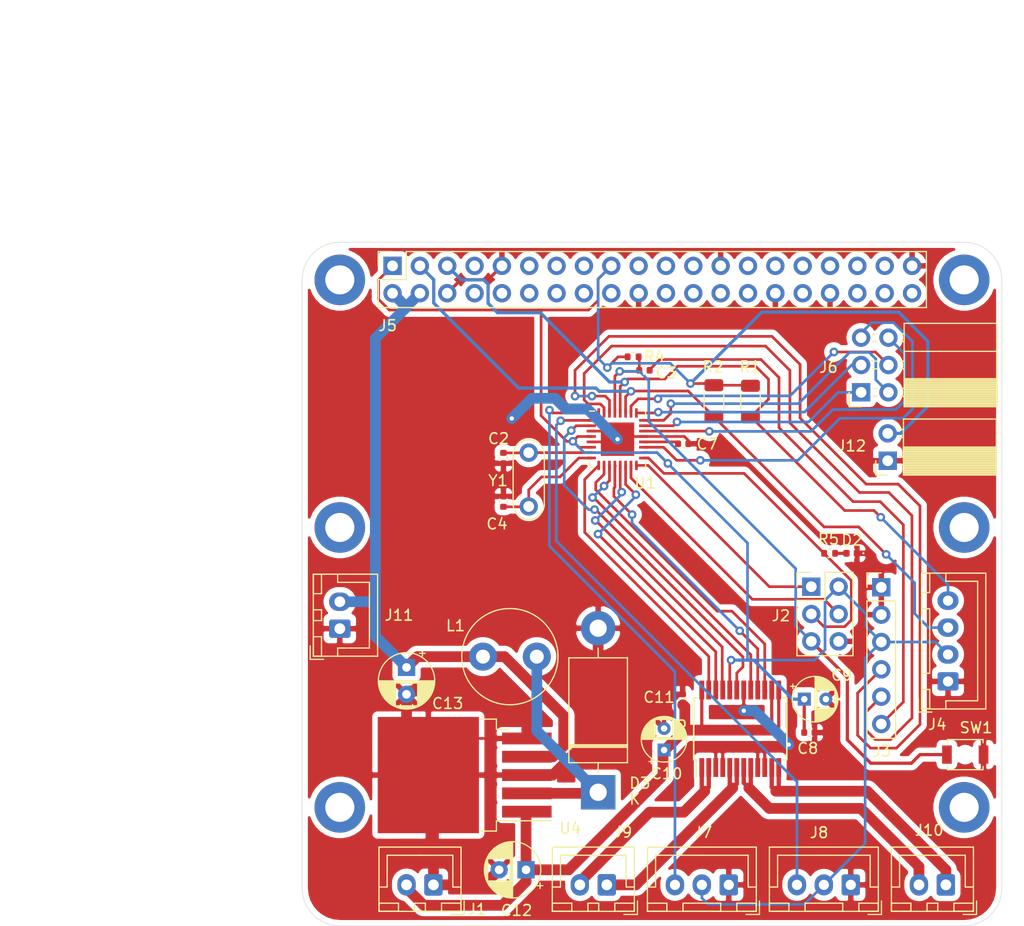
<source format=kicad_pcb>
(kicad_pcb (version 20171130) (host pcbnew 5.1.10)
  (layers (0 F.Cu signal) (31 B.Cu signal) (34 B.Paste user) (35 F.Paste user) (36 B.SilkS user) (37 F.SilkS user) (38 B.Mask user) (39 F.Mask user) (44 Edge.Cuts user))
  (net 0 "")
  (net 1 GND)
  (net 2 +9V)
  (net 3 XTAL1)
  (net 4 RESET)
  (net 5 DTR)
  (net 6 XTAL2)
  (net 7 +5V)
  (net 8 AREF)
  (net 9 +3V3)
  (net 10 "Net-(D2-Pad2)")
  (net 11 MOSI)
  (net 12 SCK)
  (net 13 MISO)
  (net 14 TXO)
  (net 15 RXI)
  (net 16 SCL)
  (net 17 SDA)
  (net 18 A7)
  (net 19 A6)
  (net 20 A3)
  (net 21 A2)
  (net 22 A1)
  (net 23 A0)
  (net 24 D2)
  (net 25 D3)
  (net 26 MOTORA1)
  (net 27 MOTORA2)
  (net 28 MOTORB2)
  (net 29 MOTORB1)
  (net 30 D10)
  (net 31 D9)
  (net 32 D8)
  (net 33 D7)
  (net 34 D6)
  (net 35 D5)
  (net 36 D4)
  (net 37 "Net-(D3-Pad1)")
  (module MountingHole:MountingHole_2.7mm_M2.5_DIN965_Pad (layer F.Cu) (at 111.8 94.5)
    (fp_text reference H6)
    (fp_text value MountingHole)
    (pad 1 thru_hole circle (at 0 0) (size 4.7 4.7) (drill 2.7) (layers *.Cu *.Mask))
  )
  (module MountingHole:MountingHole_2.7mm_M2.5_DIN965_Pad (layer F.Cu) (at 53.8 94.5)
    (fp_text reference H5)
    (fp_text value MountingHole)
    (pad 1 thru_hole circle (at 0 0) (size 4.7 4.7) (drill 2.7) (layers *.Cu *.Mask))
  )
  (module Connector_PinSocket_2.54mm:PinSocket_1x02_P2.54mm_Horizontal (layer F.Cu) (at 104.7 62.3 180)
    (fp_text reference J12 (at 3.35 1.375) (layer F.SilkS))
    (fp_text value 3V3out)
    (pad 2 thru_hole oval (at 0 2.54 180) (size 1.7 1.7) (drill 1) (layers *.Cu *.Mask) (net 9 +3V3))
    (pad 1 thru_hole rect (at 0 0 180) (size 1.7 1.7) (drill 1) (layers *.Cu *.Mask) (net 1 GND))
  )
  (module Connector_PinSocket_2.54mm:PinSocket_2x03_P2.54mm_Horizontal (layer F.Cu) (at 102.225 55.95 180)
    (fp_text reference J6 (at 3.025 2.325) (layer F.SilkS))
    (fp_text value "ATMega AnalogPins")
    (pad 6 thru_hole oval (at -2.54 5.08 180) (size 1.7 1.7) (drill 1) (layers *.Cu *.Mask) (net 18 A7))
    (pad 5 thru_hole oval (at 0 5.08 180) (size 1.7 1.7) (drill 1) (layers *.Cu *.Mask) (net 19 A6))
    (pad 4 thru_hole oval (at -2.54 2.54 180) (size 1.7 1.7) (drill 1) (layers *.Cu *.Mask) (net 20 A3))
    (pad 3 thru_hole oval (at 0 2.54 180) (size 1.7 1.7) (drill 1) (layers *.Cu *.Mask) (net 21 A2))
    (pad 2 thru_hole oval (at -2.54 0 180) (size 1.7 1.7) (drill 1) (layers *.Cu *.Mask) (net 22 A1))
    (pad 1 thru_hole rect (at 0 0 180) (size 1.7 1.7) (drill 1) (layers *.Cu *.Mask) (net 23 A0))
  )
  (module Resistor_SMD:R_1206_3216Metric (layer F.Cu) (at 88.55 56.75 270)
    (fp_text reference R2 (at -3.175 0.075 180) (layer F.SilkS))
    (fp_text value 10k)
    (pad 2 smd roundrect (at 1.4625 0 270) (size 1.125 1.75) (layers F.Cu F.Paste F.Mask) (roundrect_rratio 0.222222) (net 17 SDA))
    (pad 1 smd roundrect (at -1.4625 0 270) (size 1.125 1.75) (layers F.Cu F.Paste F.Mask) (roundrect_rratio 0.222222) (net 9 +3V3))
  )
  (module Resistor_SMD:R_1206_3216Metric (layer F.Cu) (at 91.95 56.8 270)
    (fp_text reference R1 (at -3.225 0.05 180) (layer F.SilkS))
    (fp_text value 10k)
    (pad 2 smd roundrect (at 1.4625 0 270) (size 1.125 1.75) (layers F.Cu F.Paste F.Mask) (roundrect_rratio 0.222222) (net 16 SCL))
    (pad 1 smd roundrect (at -1.4625 0 270) (size 1.125 1.75) (layers F.Cu F.Paste F.Mask) (roundrect_rratio 0.222222) (net 9 +3V3))
  )
  (module Connector_JST:JST_XH_B2B-XH-A_1x02_P2.50mm_Vertical (layer F.Cu) (at 53.8 77.9 90)
    (fp_text reference J11 (at 1.25 5.5 180) (layer F.SilkS))
    (fp_text value 5Vout)
    (pad 2 thru_hole oval (at 2.5 0 90) (size 1.7 2) (drill 1) (layers *.Cu *.Mask) (net 7 +5V))
    (pad 1 thru_hole roundrect (at 0 0 90) (size 1.7 2) (drill 1) (layers *.Cu *.Mask) (roundrect_rratio 0.147059) (net 1 GND))
  )
  (module Crystal:Resonator-2Pin_W7.0mm_H2.5mm (layer F.Cu) (at 71.35 66.55 90)
    (fp_text reference Y1 (at 2.4 -2.85 180) (layer F.SilkS))
    (fp_text value 16MHz)
    (pad 2 thru_hole circle (at 5 0 90) (size 1.7 1.7) (drill 1) (layers *.Cu *.Mask) (net 3 XTAL1))
    (pad 1 thru_hole circle (at 0 0 90) (size 1.7 1.7) (drill 1) (layers *.Cu *.Mask) (net 6 XTAL2))
  )
  (module Capacitor_THT:CP_Radial_D4.0mm_P2.00mm (layer F.Cu) (at 83.925 89.175 90)
    (fp_text reference C10 (at -2.2 0.25 180) (layer F.SilkS))
    (fp_text value 10uf)
    (pad 2 thru_hole circle (at 2 0 90) (size 1.2 1.2) (drill 0.6) (layers *.Cu *.Mask) (net 1 GND))
    (pad 1 thru_hole rect (at 0 0 90) (size 1.2 1.2) (drill 0.6) (layers *.Cu *.Mask) (net 2 +9V))
  )
  (module Capacitor_THT:CP_Radial_D4.0mm_P2.00mm (layer F.Cu) (at 96.95 84.45)
    (fp_text reference C9 (at 3.475 -2.225) (layer F.SilkS))
    (fp_text value 10uf)
    (pad 2 thru_hole circle (at 2 0) (size 1.2 1.2) (drill 0.6) (layers *.Cu *.Mask) (net 1 GND))
    (pad 1 thru_hole rect (at 0 0) (size 1.2 1.2) (drill 0.6) (layers *.Cu *.Mask) (net 9 +3V3))
  )
  (module Inductor_THT:L_Radial_D8.7mm_P5.00mm_Fastron_07HCP (layer F.Cu) (at 67.1 80.5)
    (fp_text reference L1 (at -2.55 -2.875) (layer F.SilkS))
    (fp_text value 33uH)
    (pad 2 thru_hole circle (at 5 0) (size 2.6 2.6) (drill 1.3) (layers *.Cu *.Mask) (net 37 "Net-(D3-Pad1)"))
    (pad 1 thru_hole circle (at 0 0) (size 2.6 2.6) (drill 1.3) (layers *.Cu *.Mask) (net 7 +5V))
  )
  (module Diode_THT:D_DO-201AD_P15.24mm_Horizontal (layer F.Cu) (at 77.8 93.1 90)
    (fp_text reference D3 (at 0.85 3.875 180) (layer F.SilkS))
    (fp_text value 1N5822)
    (fp_text user K (at -0.625 3.4 180) (layer F.SilkS))
    (pad 2 thru_hole oval (at 15.24 0 90) (size 3.2 3.2) (drill 1.6) (layers *.Cu *.Mask) (net 1 GND))
    (pad 1 thru_hole rect (at 0 0 90) (size 3.2 3.2) (drill 1.6) (layers *.Cu *.Mask) (net 37 "Net-(D3-Pad1)"))
  )
  (module Capacitor_THT:CP_Radial_D5.0mm_P2.50mm (layer F.Cu) (at 60 81.5 270)
    (fp_text reference C13 (at 3.35 -3.825 180) (layer F.SilkS))
    (fp_text value 220uf)
    (pad 2 thru_hole circle (at 2.5 0 270) (size 1.6 1.6) (drill 0.8) (layers *.Cu *.Mask) (net 1 GND))
    (pad 1 thru_hole rect (at 0 0 270) (size 1.6 1.6) (drill 0.8) (layers *.Cu *.Mask) (net 7 +5V))
  )
  (module Capacitor_THT:CP_Radial_D5.0mm_P2.50mm (layer F.Cu) (at 71.1 100.3 180)
    (fp_text reference C12 (at 0.875 -3.775) (layer F.SilkS))
    (fp_text value 100uF)
    (pad 2 thru_hole circle (at 2.5 0 180) (size 1.6 1.6) (drill 0.8) (layers *.Cu *.Mask) (net 1 GND))
    (pad 1 thru_hole rect (at 0 0 180) (size 1.6 1.6) (drill 0.8) (layers *.Cu *.Mask) (net 2 +9V))
  )
  (module Package_TO_SOT_SMD:TO-263-5_TabPin3 (layer F.Cu) (at 65.4 91.5 180)
    (fp_text reference U4 (at -9.8 -4.95) (layer F.SilkS))
    (fp_text value LM2596S-5)
    (pad 3 smd rect (at 3.375 0 180) (size 9.4 10.8) (layers F.Cu F.Mask) (net 1 GND))
    (pad 5 smd rect (at -5.775 3.4 180) (size 4.6 1.1) (layers F.Cu F.Paste F.Mask) (net 1 GND))
    (pad 4 smd rect (at -5.775 1.7 180) (size 4.6 1.1) (layers F.Cu F.Paste F.Mask) (net 7 +5V))
    (pad 3 smd rect (at -5.775 0 180) (size 4.6 1.1) (layers F.Cu F.Paste F.Mask) (net 1 GND))
    (pad 2 smd rect (at -5.775 -1.7 180) (size 4.6 1.1) (layers F.Cu F.Paste F.Mask) (net 37 "Net-(D3-Pad1)"))
    (pad 1 smd rect (at -5.775 -3.4 180) (size 4.6 1.1) (layers F.Cu F.Paste F.Mask) (net 2 +9V))
  )
  (module MountingHole:MountingHole_2.7mm_M2.5_DIN965_Pad (layer F.Cu) (at 111.8 68.5)
    (fp_text reference H4)
    (fp_text value MountingHole)
    (pad 1 thru_hole circle (at 0 0) (size 4.7 4.7) (drill 2.7) (layers *.Cu *.Mask))
  )
  (module MountingHole:MountingHole_2.7mm_M2.5_DIN965_Pad (layer F.Cu) (at 111.8 45.5)
    (fp_text reference H3)
    (fp_text value MountingHole)
    (pad 1 thru_hole circle (at 0 0) (size 4.7 4.7) (drill 2.7) (layers *.Cu *.Mask))
  )
  (module MountingHole:MountingHole_2.7mm_M2.5_DIN965_Pad (layer F.Cu) (at 53.8 68.5)
    (fp_text reference H2)
    (fp_text value MountingHole)
    (pad 1 thru_hole circle (at 0 0) (size 4.7 4.7) (drill 2.7) (layers *.Cu *.Mask))
  )
  (module MountingHole:MountingHole_2.7mm_M2.5_DIN965_Pad (layer F.Cu) (at 53.8 45.5)
    (fp_text reference H1)
    (fp_text value MountingHole)
    (pad 1 thru_hole circle (at 0 0) (size 4.7 4.7) (drill 2.7) (layers *.Cu *.Mask))
  )
  (module Package_SO:SSOP-24_5.3x8.2mm_P0.65mm (layer F.Cu) (at 91 87.2 90)
    (fp_text reference U3 (at 0 -5.6 90) (layer F.SilkS))
    (fp_text value TB6612FNG)
    (pad 24 smd rect (at 3.6 -3.575 90) (size 1.75 0.45) (layers F.Cu F.Paste F.Mask) (net 2 +9V))
    (pad 23 smd rect (at 3.6 -2.925 90) (size 1.75 0.45) (layers F.Cu F.Paste F.Mask) (net 35 D5))
    (pad 22 smd rect (at 3.6 -2.275 90) (size 1.75 0.45) (layers F.Cu F.Paste F.Mask) (net 30 D10))
    (pad 21 smd rect (at 3.6 -1.625 90) (size 1.75 0.45) (layers F.Cu F.Paste F.Mask) (net 31 D9))
    (pad 20 smd rect (at 3.6 -0.975 90) (size 1.75 0.45) (layers F.Cu F.Paste F.Mask) (net 9 +3V3))
    (pad 19 smd rect (at 3.6 -0.325 90) (size 1.75 0.45) (layers F.Cu F.Paste F.Mask) (net 36 D4))
    (pad 18 smd rect (at 3.6 0.325 90) (size 1.75 0.45) (layers F.Cu F.Paste F.Mask) (net 1 GND))
    (pad 17 smd rect (at 3.6 0.975 90) (size 1.75 0.45) (layers F.Cu F.Paste F.Mask) (net 33 D7))
    (pad 16 smd rect (at 3.6 1.625 90) (size 1.75 0.45) (layers F.Cu F.Paste F.Mask) (net 32 D8))
    (pad 15 smd rect (at 3.6 2.275 90) (size 1.75 0.45) (layers F.Cu F.Paste F.Mask) (net 34 D6))
    (pad 14 smd rect (at 3.6 2.925 90) (size 1.75 0.45) (layers F.Cu F.Paste F.Mask) (net 2 +9V))
    (pad 13 smd rect (at 3.6 3.575 90) (size 1.75 0.45) (layers F.Cu F.Paste F.Mask) (net 2 +9V))
    (pad 12 smd rect (at -3.6 3.575 90) (size 1.75 0.45) (layers F.Cu F.Paste F.Mask) (net 29 MOTORB1))
    (pad 11 smd rect (at -3.6 2.925 90) (size 1.75 0.45) (layers F.Cu F.Paste F.Mask) (net 29 MOTORB1))
    (pad 10 smd rect (at -3.6 2.275 90) (size 1.75 0.45) (layers F.Cu F.Paste F.Mask) (net 1 GND))
    (pad 9 smd rect (at -3.6 1.625 90) (size 1.75 0.45) (layers F.Cu F.Paste F.Mask) (net 1 GND))
    (pad 8 smd rect (at -3.6 0.975 90) (size 1.75 0.45) (layers F.Cu F.Paste F.Mask) (net 28 MOTORB2))
    (pad 7 smd rect (at -3.6 0.325 90) (size 1.75 0.45) (layers F.Cu F.Paste F.Mask) (net 28 MOTORB2))
    (pad 6 smd rect (at -3.6 -0.325 90) (size 1.75 0.45) (layers F.Cu F.Paste F.Mask) (net 27 MOTORA2))
    (pad 5 smd rect (at -3.6 -0.975 90) (size 1.75 0.45) (layers F.Cu F.Paste F.Mask) (net 27 MOTORA2))
    (pad 4 smd rect (at -3.6 -1.625 90) (size 1.75 0.45) (layers F.Cu F.Paste F.Mask) (net 1 GND))
    (pad 3 smd rect (at -3.6 -2.275 90) (size 1.75 0.45) (layers F.Cu F.Paste F.Mask) (net 1 GND))
    (pad 2 smd rect (at -3.6 -2.925 90) (size 1.75 0.45) (layers F.Cu F.Paste F.Mask) (net 26 MOTORA1))
    (pad 1 smd rect (at -3.6 -3.575 90) (size 1.75 0.45) (layers F.Cu F.Paste F.Mask) (net 26 MOTORA1))
  )
  (module Package_DFN_QFN:QFN-32-1EP_5x5mm_P0.5mm_EP3.1x3.1mm (layer F.Cu) (at 79.6 60.3)
    (fp_text reference U1 (at 2.575 4.075) (layer F.SilkS))
    (fp_text value ATmega328P-MU)
    (pad 33 smd rect (at 0 0) (size 3.1 3.1) (layers F.Cu F.Mask) (net 1 GND))
    (pad 32 smd roundrect (at -1.75 -2.4375) (size 0.25 0.875) (layers F.Cu F.Paste F.Mask) (net 24 D2))
    (pad 31 smd roundrect (at -1.25 -2.4375) (size 0.25 0.875) (layers F.Cu F.Paste F.Mask) (net 14 TXO))
    (pad 30 smd roundrect (at -0.75 -2.4375) (size 0.25 0.875) (layers F.Cu F.Paste F.Mask) (net 15 RXI))
    (pad 29 smd roundrect (at -0.25 -2.4375) (size 0.25 0.875) (layers F.Cu F.Paste F.Mask) (net 4 RESET))
    (pad 28 smd roundrect (at 0.25 -2.4375) (size 0.25 0.875) (layers F.Cu F.Paste F.Mask) (net 16 SCL))
    (pad 27 smd roundrect (at 0.75 -2.4375) (size 0.25 0.875) (layers F.Cu F.Paste F.Mask) (net 17 SDA))
    (pad 26 smd roundrect (at 1.25 -2.4375) (size 0.25 0.875) (layers F.Cu F.Paste F.Mask) (net 20 A3))
    (pad 25 smd roundrect (at 1.75 -2.4375) (size 0.25 0.875) (layers F.Cu F.Paste F.Mask) (net 21 A2))
    (pad 24 smd roundrect (at 2.4375 -1.75) (size 0.875 0.25) (layers F.Cu F.Paste F.Mask) (net 22 A1))
    (pad 23 smd roundrect (at 2.4375 -1.25) (size 0.875 0.25) (layers F.Cu F.Paste F.Mask) (net 23 A0))
    (pad 22 smd roundrect (at 2.4375 -0.75) (size 0.875 0.25) (layers F.Cu F.Paste F.Mask) (net 18 A7))
    (pad 21 smd roundrect (at 2.4375 -0.25) (size 0.875 0.25) (layers F.Cu F.Paste F.Mask) (net 1 GND))
    (pad 20 smd roundrect (at 2.4375 0.25) (size 0.875 0.25) (layers F.Cu F.Paste F.Mask) (net 8 AREF))
    (pad 19 smd roundrect (at 2.4375 0.75) (size 0.875 0.25) (layers F.Cu F.Paste F.Mask) (net 19 A6))
    (pad 18 smd roundrect (at 2.4375 1.25) (size 0.875 0.25) (layers F.Cu F.Paste F.Mask) (net 9 +3V3))
    (pad 17 smd roundrect (at 2.4375 1.75) (size 0.875 0.25) (layers F.Cu F.Paste F.Mask) (net 12 SCK))
    (pad 16 smd roundrect (at 1.75 2.4375) (size 0.25 0.875) (layers F.Cu F.Paste F.Mask) (net 13 MISO))
    (pad 15 smd roundrect (at 1.25 2.4375) (size 0.25 0.875) (layers F.Cu F.Paste F.Mask) (net 11 MOSI))
    (pad 14 smd roundrect (at 0.75 2.4375) (size 0.25 0.875) (layers F.Cu F.Paste F.Mask) (net 30 D10))
    (pad 13 smd roundrect (at 0.25 2.4375) (size 0.25 0.875) (layers F.Cu F.Paste F.Mask) (net 31 D9))
    (pad 12 smd roundrect (at -0.25 2.4375) (size 0.25 0.875) (layers F.Cu F.Paste F.Mask) (net 32 D8))
    (pad 11 smd roundrect (at -0.75 2.4375) (size 0.25 0.875) (layers F.Cu F.Paste F.Mask) (net 33 D7))
    (pad 10 smd roundrect (at -1.25 2.4375) (size 0.25 0.875) (layers F.Cu F.Paste F.Mask) (net 34 D6))
    (pad 9 smd roundrect (at -1.75 2.4375) (size 0.25 0.875) (layers F.Cu F.Paste F.Mask) (net 35 D5))
    (pad 8 smd roundrect (at -2.4375 1.75) (size 0.875 0.25) (layers F.Cu F.Paste F.Mask) (net 6 XTAL2))
    (pad 7 smd roundrect (at -2.4375 1.25) (size 0.875 0.25) (layers F.Cu F.Paste F.Mask) (net 3 XTAL1))
    (pad 6 smd roundrect (at -2.4375 0.75) (size 0.875 0.25) (layers F.Cu F.Paste F.Mask) (net 9 +3V3))
    (pad 5 smd roundrect (at -2.4375 0.25) (size 0.875 0.25) (layers F.Cu F.Paste F.Mask) (net 1 GND))
    (pad 4 smd roundrect (at -2.4375 -0.25) (size 0.875 0.25) (layers F.Cu F.Paste F.Mask) (net 9 +3V3))
    (pad 3 smd roundrect (at -2.4375 -0.75) (size 0.875 0.25) (layers F.Cu F.Paste F.Mask) (net 1 GND))
    (pad 2 smd roundrect (at -2.4375 -1.25) (size 0.875 0.25) (layers F.Cu F.Paste F.Mask) (net 36 D4))
    (pad 1 smd roundrect (at -2.4375 -1.75) (size 0.875 0.25) (layers F.Cu F.Paste F.Mask) (net 25 D3))
  )
  (module Button_Switch_SMD:SW_SPST_B3U-1000P-B (layer F.Cu) (at 111.9 89.6)
    (fp_text reference SW1 (at 1 -2.5) (layer F.SilkS))
    (fp_text value Reset)
    (pad "" np_thru_hole circle (at 0 0) (size 0.8 0.8) (drill 0.8) (layers *.Cu *.Mask))
    (pad 2 smd rect (at 1.7 0) (size 0.9 1.7) (layers F.Cu F.Paste F.Mask) (net 1 GND))
    (pad 1 smd rect (at -1.7 0) (size 0.9 1.7) (layers F.Cu F.Paste F.Mask) (net 4 RESET))
  )
  (module Resistor_SMD:R_0402_1005Metric (layer F.Cu) (at 99.3 70.9)
    (fp_text reference R5 (at -0.1 -1.325) (layer F.SilkS))
    (fp_text value 330)
    (pad 2 smd roundrect (at 0.51 0) (size 0.54 0.64) (layers F.Cu F.Paste F.Mask) (net 10 "Net-(D2-Pad2)"))
    (pad 1 smd roundrect (at -0.51 0) (size 0.54 0.64) (layers F.Cu F.Paste F.Mask) (net 12 SCK))
  )
  (module Resistor_SMD:R_0402_1005Metric (layer F.Cu) (at 81.05 52.65)
    (fp_text reference R4 (at 1.975 -0.025) (layer F.SilkS))
    (fp_text value 10k)
    (pad 2 smd roundrect (at 0.51 0) (size 0.54 0.64) (layers F.Cu F.Paste F.Mask) (net 4 RESET))
    (pad 1 smd roundrect (at -0.51 0) (size 0.54 0.64) (layers F.Cu F.Paste F.Mask) (net 9 +3V3))
  )
  (module Connector_JST:JST_XH_B2B-XH-A_1x02_P2.50mm_Vertical (layer F.Cu) (at 110.1 101.7 180)
    (fp_text reference J10 (at 1.55 5.075) (layer F.SilkS))
    (fp_text value MotorB)
    (pad 2 thru_hole oval (at 2.5 0 180) (size 1.7 2) (drill 1) (layers *.Cu *.Mask) (net 28 MOTORB2))
    (pad 1 thru_hole roundrect (at 0 0 180) (size 1.7 2) (drill 1) (layers *.Cu *.Mask) (roundrect_rratio 0.147059) (net 29 MOTORB1))
  )
  (module Connector_JST:JST_XH_B2B-XH-A_1x02_P2.50mm_Vertical (layer F.Cu) (at 78.6 101.7 180)
    (fp_text reference J9 (at -1.5 4.9) (layer F.SilkS))
    (fp_text value MotorA)
    (pad 2 thru_hole oval (at 2.5 0 180) (size 1.7 2) (drill 1) (layers *.Cu *.Mask) (net 26 MOTORA1))
    (pad 1 thru_hole roundrect (at 0 0 180) (size 1.7 2) (drill 1) (layers *.Cu *.Mask) (roundrect_rratio 0.147059) (net 27 MOTORA2))
  )
  (module Connector_JST:JST_XH_B3B-XH-A_1x03_P2.50mm_Vertical (layer F.Cu) (at 101.266666 101.7 180)
    (fp_text reference J8 (at 2.941666 4.85) (layer F.SilkS))
    (fp_text value WheelEncB)
    (pad 3 thru_hole oval (at 5 0 180) (size 1.7 1.95) (drill 0.95) (layers *.Cu *.Mask) (net 25 D3))
    (pad 2 thru_hole oval (at 2.5 0 180) (size 1.7 1.95) (drill 0.95) (layers *.Cu *.Mask) (net 9 +3V3))
    (pad 1 thru_hole roundrect (at 0 0 180) (size 1.7 1.95) (drill 0.95) (layers *.Cu *.Mask) (roundrect_rratio 0.147059) (net 1 GND))
  )
  (module Connector_JST:JST_XH_B3B-XH-A_1x03_P2.50mm_Vertical (layer F.Cu) (at 89.933333 101.7 180)
    (fp_text reference J7 (at 2.408333 4.875) (layer F.SilkS))
    (fp_text value WheelEncA)
    (pad 3 thru_hole oval (at 5 0 180) (size 1.7 1.95) (drill 0.95) (layers *.Cu *.Mask) (net 24 D2))
    (pad 2 thru_hole oval (at 2.5 0 180) (size 1.7 1.95) (drill 0.95) (layers *.Cu *.Mask) (net 9 +3V3))
    (pad 1 thru_hole roundrect (at 0 0 180) (size 1.7 1.95) (drill 0.95) (layers *.Cu *.Mask) (roundrect_rratio 0.147059) (net 1 GND))
  )
  (module Connector_PinSocket_2.54mm:PinSocket_2x20_P2.54mm_Vertical (layer F.Cu) (at 58.7 44.2 90)
    (fp_text reference J5 (at -5.55 -0.45 180) (layer F.SilkS))
    (fp_text value Raspberry_Pi_2_3)
    (pad 40 thru_hole oval (at -2.54 48.26 90) (size 1.7 1.7) (drill 1) (layers *.Cu *.Mask))
    (pad 39 thru_hole oval (at 0 48.26 90) (size 1.7 1.7) (drill 1) (layers *.Cu *.Mask) (net 1 GND))
    (pad 38 thru_hole oval (at -2.54 45.72 90) (size 1.7 1.7) (drill 1) (layers *.Cu *.Mask))
    (pad 37 thru_hole oval (at 0 45.72 90) (size 1.7 1.7) (drill 1) (layers *.Cu *.Mask))
    (pad 36 thru_hole oval (at -2.54 43.18 90) (size 1.7 1.7) (drill 1) (layers *.Cu *.Mask))
    (pad 35 thru_hole oval (at 0 43.18 90) (size 1.7 1.7) (drill 1) (layers *.Cu *.Mask))
    (pad 34 thru_hole oval (at -2.54 40.64 90) (size 1.7 1.7) (drill 1) (layers *.Cu *.Mask) (net 1 GND))
    (pad 33 thru_hole oval (at 0 40.64 90) (size 1.7 1.7) (drill 1) (layers *.Cu *.Mask))
    (pad 32 thru_hole oval (at -2.54 38.1 90) (size 1.7 1.7) (drill 1) (layers *.Cu *.Mask))
    (pad 31 thru_hole oval (at 0 38.1 90) (size 1.7 1.7) (drill 1) (layers *.Cu *.Mask))
    (pad 30 thru_hole oval (at -2.54 35.56 90) (size 1.7 1.7) (drill 1) (layers *.Cu *.Mask) (net 1 GND))
    (pad 29 thru_hole oval (at 0 35.56 90) (size 1.7 1.7) (drill 1) (layers *.Cu *.Mask))
    (pad 28 thru_hole oval (at -2.54 33.02 90) (size 1.7 1.7) (drill 1) (layers *.Cu *.Mask))
    (pad 27 thru_hole oval (at 0 33.02 90) (size 1.7 1.7) (drill 1) (layers *.Cu *.Mask))
    (pad 26 thru_hole oval (at -2.54 30.48 90) (size 1.7 1.7) (drill 1) (layers *.Cu *.Mask))
    (pad 25 thru_hole oval (at 0 30.48 90) (size 1.7 1.7) (drill 1) (layers *.Cu *.Mask) (net 1 GND))
    (pad 24 thru_hole oval (at -2.54 27.94 90) (size 1.7 1.7) (drill 1) (layers *.Cu *.Mask))
    (pad 23 thru_hole oval (at 0 27.94 90) (size 1.7 1.7) (drill 1) (layers *.Cu *.Mask))
    (pad 22 thru_hole oval (at -2.54 25.4 90) (size 1.7 1.7) (drill 1) (layers *.Cu *.Mask))
    (pad 21 thru_hole oval (at 0 25.4 90) (size 1.7 1.7) (drill 1) (layers *.Cu *.Mask))
    (pad 20 thru_hole oval (at -2.54 22.86 90) (size 1.7 1.7) (drill 1) (layers *.Cu *.Mask) (net 1 GND))
    (pad 19 thru_hole oval (at 0 22.86 90) (size 1.7 1.7) (drill 1) (layers *.Cu *.Mask))
    (pad 18 thru_hole oval (at -2.54 20.32 90) (size 1.7 1.7) (drill 1) (layers *.Cu *.Mask))
    (pad 17 thru_hole oval (at 0 20.32 90) (size 1.7 1.7) (drill 1) (layers *.Cu *.Mask) (net 9 +3V3))
    (pad 16 thru_hole oval (at -2.54 17.78 90) (size 1.7 1.7) (drill 1) (layers *.Cu *.Mask))
    (pad 15 thru_hole oval (at 0 17.78 90) (size 1.7 1.7) (drill 1) (layers *.Cu *.Mask))
    (pad 14 thru_hole oval (at -2.54 15.24 90) (size 1.7 1.7) (drill 1) (layers *.Cu *.Mask) (net 1 GND))
    (pad 13 thru_hole oval (at 0 15.24 90) (size 1.7 1.7) (drill 1) (layers *.Cu *.Mask))
    (pad 12 thru_hole oval (at -2.54 12.7 90) (size 1.7 1.7) (drill 1) (layers *.Cu *.Mask))
    (pad 11 thru_hole oval (at 0 12.7 90) (size 1.7 1.7) (drill 1) (layers *.Cu *.Mask))
    (pad 10 thru_hole oval (at -2.54 10.16 90) (size 1.7 1.7) (drill 1) (layers *.Cu *.Mask))
    (pad 9 thru_hole oval (at 0 10.16 90) (size 1.7 1.7) (drill 1) (layers *.Cu *.Mask) (net 1 GND))
    (pad 8 thru_hole oval (at -2.54 7.62 90) (size 1.7 1.7) (drill 1) (layers *.Cu *.Mask))
    (pad 7 thru_hole oval (at 0 7.62 90) (size 1.7 1.7) (drill 1) (layers *.Cu *.Mask))
    (pad 6 thru_hole oval (at -2.54 5.08 90) (size 1.7 1.7) (drill 1) (layers *.Cu *.Mask) (net 1 GND))
    (pad 5 thru_hole oval (at 0 5.08 90) (size 1.7 1.7) (drill 1) (layers *.Cu *.Mask) (net 16 SCL))
    (pad 4 thru_hole oval (at -2.54 2.54 90) (size 1.7 1.7) (drill 1) (layers *.Cu *.Mask) (net 7 +5V))
    (pad 3 thru_hole oval (at 0 2.54 90) (size 1.7 1.7) (drill 1) (layers *.Cu *.Mask) (net 17 SDA))
    (pad 2 thru_hole oval (at -2.54 0 90) (size 1.7 1.7) (drill 1) (layers *.Cu *.Mask) (net 7 +5V))
    (pad 1 thru_hole rect (at 0 0 90) (size 1.7 1.7) (drill 1) (layers *.Cu *.Mask) (net 9 +3V3))
  )
  (module Connector_JST:JST_XH_B4B-XH-A_1x04_P2.50mm_Vertical (layer F.Cu) (at 110.3 82.8 90)
    (fp_text reference J4 (at -4 -1 180) (layer F.SilkS))
    (fp_text value I2C)
    (pad 4 thru_hole oval (at 7.5 0 90) (size 1.7 1.95) (drill 0.95) (layers *.Cu *.Mask) (net 16 SCL))
    (pad 3 thru_hole oval (at 5 0 90) (size 1.7 1.95) (drill 0.95) (layers *.Cu *.Mask) (net 17 SDA))
    (pad 2 thru_hole oval (at 2.5 0 90) (size 1.7 1.95) (drill 0.95) (layers *.Cu *.Mask) (net 9 +3V3))
    (pad 1 thru_hole roundrect (at 0 0 90) (size 1.7 1.95) (drill 0.95) (layers *.Cu *.Mask) (roundrect_rratio 0.147059) (net 1 GND))
  )
  (module Connector_PinHeader_2.54mm:PinHeader_1x06_P2.54mm_Vertical (layer F.Cu) (at 104.1 74.06)
    (fp_text reference J3 (at 0.075 15.215) (layer F.SilkS))
    (fp_text value ATMega_FTDI)
    (pad 6 thru_hole oval (at 0 12.7) (size 1.7 1.7) (drill 1) (layers *.Cu *.Mask) (net 5 DTR))
    (pad 5 thru_hole oval (at 0 10.16) (size 1.7 1.7) (drill 1) (layers *.Cu *.Mask) (net 14 TXO))
    (pad 4 thru_hole oval (at 0 7.62) (size 1.7 1.7) (drill 1) (layers *.Cu *.Mask) (net 15 RXI))
    (pad 3 thru_hole oval (at 0 5.08) (size 1.7 1.7) (drill 1) (layers *.Cu *.Mask) (net 9 +3V3))
    (pad 2 thru_hole oval (at 0 2.54) (size 1.7 1.7) (drill 1) (layers *.Cu *.Mask) (net 1 GND))
    (pad 1 thru_hole rect (at 0 0) (size 1.7 1.7) (drill 1) (layers *.Cu *.Mask) (net 1 GND))
  )
  (module Connector_PinHeader_2.54mm:PinHeader_2x03_P2.54mm_Vertical (layer F.Cu) (at 97.6 74)
    (fp_text reference J2 (at -2.825 2.7) (layer F.SilkS))
    (fp_text value ATMega_ICSP)
    (pad 6 thru_hole oval (at 2.54 5.08) (size 1.7 1.7) (drill 1) (layers *.Cu *.Mask) (net 1 GND))
    (pad 5 thru_hole oval (at 0 5.08) (size 1.7 1.7) (drill 1) (layers *.Cu *.Mask) (net 4 RESET))
    (pad 4 thru_hole oval (at 2.54 2.54) (size 1.7 1.7) (drill 1) (layers *.Cu *.Mask) (net 11 MOSI))
    (pad 3 thru_hole oval (at 0 2.54) (size 1.7 1.7) (drill 1) (layers *.Cu *.Mask) (net 12 SCK))
    (pad 2 thru_hole oval (at 2.54 0) (size 1.7 1.7) (drill 1) (layers *.Cu *.Mask) (net 9 +3V3))
    (pad 1 thru_hole rect (at 0 0) (size 1.7 1.7) (drill 1) (layers *.Cu *.Mask) (net 13 MISO))
  )
  (module Connector_JST:JST_XH_B2B-XH-A_1x02_P2.50mm_Vertical (layer F.Cu) (at 62.5 101.7 180)
    (fp_text reference J1 (at -4.05 -2.275) (layer F.SilkS))
    (fp_text value 9Vin)
    (pad 2 thru_hole oval (at 2.5 0 180) (size 1.7 2) (drill 1) (layers *.Cu *.Mask) (net 2 +9V))
    (pad 1 thru_hole roundrect (at 0 0 180) (size 1.7 2) (drill 1) (layers *.Cu *.Mask) (roundrect_rratio 0.147059) (net 1 GND))
  )
  (module Diode_SMD:D_0402_1005Metric (layer F.Cu) (at 101.35 70.9 180)
    (fp_text reference D2 (at -0.025 1.225) (layer F.SilkS))
    (fp_text value GREEN)
    (pad 2 smd roundrect (at 0.485 0 180) (size 0.59 0.64) (layers F.Cu F.Paste F.Mask) (net 10 "Net-(D2-Pad2)"))
    (pad 1 smd roundrect (at -0.485 0 180) (size 0.59 0.64) (layers F.Cu F.Paste F.Mask) (net 1 GND))
  )
  (module Capacitor_SMD:C_0402_1005Metric (layer F.Cu) (at 85.65 84.475 90)
    (fp_text reference C11 (at 0.2 -2.2 180) (layer F.SilkS))
    (fp_text value 0.1uf)
    (pad 2 smd roundrect (at 0.48 0 90) (size 0.56 0.62) (layers F.Cu F.Paste F.Mask) (net 1 GND))
    (pad 1 smd roundrect (at -0.48 0 90) (size 0.56 0.62) (layers F.Cu F.Paste F.Mask) (net 2 +9V))
  )
  (module Capacitor_SMD:C_0402_1005Metric (layer F.Cu) (at 97.425 87.55)
    (fp_text reference C8 (at -0.15 1.475) (layer F.SilkS))
    (fp_text value 0.1uf)
    (pad 2 smd roundrect (at 0.48 0) (size 0.56 0.62) (layers F.Cu F.Paste F.Mask) (net 1 GND))
    (pad 1 smd roundrect (at -0.48 0) (size 0.56 0.62) (layers F.Cu F.Paste F.Mask) (net 9 +3V3))
  )
  (module Capacitor_SMD:C_0402_1005Metric (layer F.Cu) (at 85.7 60.725 180)
    (fp_text reference C7 (at -2.225 -0.025) (layer F.SilkS))
    (fp_text value 0.1uF)
    (pad 2 smd roundrect (at 0.48 0 180) (size 0.56 0.62) (layers F.Cu F.Paste F.Mask) (net 8 AREF))
    (pad 1 smd roundrect (at -0.48 0 180) (size 0.56 0.62) (layers F.Cu F.Paste F.Mask) (net 1 GND))
  )
  (module Capacitor_SMD:C_0402_1005Metric (layer F.Cu) (at 69 66.1 270)
    (fp_text reference C4 (at 2.075 0.6 180) (layer F.SilkS))
    (fp_text value 15pF)
    (pad 2 smd roundrect (at 0.48 0 270) (size 0.56 0.62) (layers F.Cu F.Paste F.Mask) (net 6 XTAL2))
    (pad 1 smd roundrect (at -0.48 0 270) (size 0.56 0.62) (layers F.Cu F.Paste F.Mask) (net 1 GND))
  )
  (module Capacitor_SMD:C_0402_1005Metric (layer F.Cu) (at 82.1 53.9 180)
    (fp_text reference C3 (at -2.025 -0.25) (layer F.SilkS))
    (fp_text value 0.1uF)
    (pad 2 smd roundrect (at 0.48 0 180) (size 0.56 0.62) (layers F.Cu F.Paste F.Mask) (net 4 RESET))
    (pad 1 smd roundrect (at -0.48 0 180) (size 0.56 0.62) (layers F.Cu F.Paste F.Mask) (net 5 DTR))
  )
  (module Capacitor_SMD:C_0402_1005Metric (layer F.Cu) (at 69 62.05 90)
    (fp_text reference C2 (at 1.8 -0.45 180) (layer F.SilkS))
    (fp_text value 15pF)
    (pad 2 smd roundrect (at 0.48 0 90) (size 0.56 0.62) (layers F.Cu F.Paste F.Mask) (net 3 XTAL1))
    (pad 1 smd roundrect (at -0.48 0 90) (size 0.56 0.62) (layers F.Cu F.Paste F.Mask) (net 1 GND))
  )
  (gr_line (start 115.3 68.5) (end 115.3 102) (layer Edge.Cuts) (width 0.05))
  (gr_line (start 50.3 68.5) (end 50.3 102) (layer Edge.Cuts) (width 0.05))
  (gr_arc (start 111.8 102) (end 111.8 105.5) (angle -90) (layer Edge.Cuts) (width 0.05))
  (gr_arc (start 53.8 102) (end 50.3 102) (angle -90) (layer Edge.Cuts) (width 0.05))
  (gr_arc (start 53.8 45.5) (end 53.8 42) (angle -90) (layer Edge.Cuts) (width 0.05))
  (gr_arc (start 111.8 45.5) (end 115.3 45.5) (angle -90) (layer Edge.Cuts) (width 0.05))
  (gr_line (start 115.3 68.5) (end 115.3 45.5) (layer Edge.Cuts) (width 0.05))
  (gr_line (start 53.8 105.5) (end 111.8 105.5) (layer Edge.Cuts) (width 0.05))
  (gr_line (start 50.3 45.5) (end 50.3 68.5) (layer Edge.Cuts) (width 0.05))
  (gr_line (start 53.8 42) (end 111.8 42) (layer Edge.Cuts) (width 0.05))
  (segment (start 60 89.475) (end 62.025 91.5) (width 1) (layer F.Cu) (net 1))
  (segment (start 60 84) (end 60 89.475) (width 1) (layer F.Cu) (net 1))
  (segment (start 60 93.525) (end 62.025 91.5) (width 1) (layer F.Cu) (net 1))
  (segment (start 73.585002 91.5) (end 71.175 91.5) (width 1) (layer F.Cu) (net 1))
  (segment (start 77.8 87.285002) (end 73.585002 91.5) (width 1) (layer F.Cu) (net 1))
  (segment (start 77.8 77.86) (end 77.8 87.285002) (width 1) (layer F.Cu) (net 1))
  (segment (start 68.6 83.7) (end 71.175 86.275) (width 1) (layer F.Cu) (net 1))
  (segment (start 71.175 86.275) (end 71.175 88.1) (width 1) (layer F.Cu) (net 1))
  (segment (start 60.3 83.7) (end 68.6 83.7) (width 1) (layer F.Cu) (net 1))
  (segment (start 60 84) (end 60.3 83.7) (width 1) (layer F.Cu) (net 1))
  (segment (start 62.5 91.975) (end 62.025 91.5) (width 1) (layer F.Cu) (net 1))
  (segment (start 62.5 101.7) (end 62.5 91.975) (width 1) (layer F.Cu) (net 1))
  (segment (start 67.2 101.7) (end 68.6 100.3) (width 1) (layer F.Cu) (net 1))
  (segment (start 62.5 101.7) (end 67.2 101.7) (width 1) (layer F.Cu) (net 1))
  (segment (start 65.425 88.1) (end 62.025 91.5) (width 0.25) (layer F.Cu) (net 1))
  (segment (start 71.175 88.1) (end 65.425 88.1) (width 0.25) (layer F.Cu) (net 1))
  (segment (start 71.175 91.5) (end 62.025 91.5) (width 0.25) (layer F.Cu) (net 1))
  (segment (start 91.325 83.6) (end 91.325 85.525) (width 0.3) (layer F.Cu) (net 1))
  (segment (start 92.625 88.85) (end 92.625 90.8) (width 0.3) (layer F.Cu) (net 1))
  (segment (start 93.275 88.85) (end 92.625 88.85) (width 0.3) (layer F.Cu) (net 1))
  (segment (start 93.275 90.8) (end 93.275 88.85) (width 0.3) (layer F.Cu) (net 1))
  (segment (start 89.375 88.825) (end 89.375 90.8) (width 0.3) (layer F.Cu) (net 1))
  (segment (start 88.725 88.825) (end 89.375 88.825) (width 0.3) (layer F.Cu) (net 1))
  (segment (start 88.725 90.8) (end 88.725 88.825) (width 0.3) (layer F.Cu) (net 1))
  (segment (start 86.18 60.415) (end 86.18 60.725) (width 0.25) (layer F.Cu) (net 1))
  (segment (start 85.815 60.05) (end 86.18 60.415) (width 0.25) (layer F.Cu) (net 1))
  (segment (start 82.0375 60.05) (end 85.815 60.05) (width 0.25) (layer F.Cu) (net 1))
  (via (at 79.6 60.3) (size 0.8) (drill 0.4) (layers F.Cu B.Cu) (net 1))
  (segment (start 78.85 59.55) (end 79.6 60.3) (width 0.25) (layer F.Cu) (net 1))
  (segment (start 77.1625 59.55) (end 78.85 59.55) (width 0.25) (layer F.Cu) (net 1))
  (segment (start 79.35 60.55) (end 79.6 60.3) (width 0.25) (layer F.Cu) (net 1))
  (segment (start 77.1625 60.55) (end 79.35 60.55) (width 0.25) (layer F.Cu) (net 1))
  (segment (start 79.85 60.05) (end 79.6 60.3) (width 0.25) (layer F.Cu) (net 1))
  (segment (start 82.0375 60.05) (end 79.85 60.05) (width 0.25) (layer F.Cu) (net 1))
  (segment (start 91.325 85.525) (end 91.325 85.525) (width 0.3) (layer F.Cu) (net 1))
  (via (at 91.325 85.525) (size 0.8) (drill 0.4) (layers F.Cu B.Cu) (net 1))
  (via (at 95.5 88.675) (size 0.8) (drill 0.4) (layers F.Cu B.Cu) (net 1))
  (segment (start 92.35 85.525) (end 95.5 88.675) (width 1) (layer B.Cu) (net 1))
  (segment (start 91.325 85.525) (end 92.35 85.525) (width 1) (layer B.Cu) (net 1))
  (segment (start 73.803001 56.499999) (end 71.650001 56.499999) (width 1) (layer B.Cu) (net 1))
  (segment (start 74.790511 57.487509) (end 73.803001 56.499999) (width 1) (layer B.Cu) (net 1))
  (segment (start 76.787509 57.487509) (end 74.790511 57.487509) (width 1) (layer B.Cu) (net 1))
  (segment (start 79.6 60.3) (end 76.787509 57.487509) (width 1) (layer B.Cu) (net 1))
  (segment (start 71.650001 56.499999) (end 69.775 58.375) (width 1) (layer B.Cu) (net 1))
  (segment (start 69.775 58.375) (end 69.775 58.375) (width 1) (layer B.Cu) (net 1))
  (via (at 69.775 58.375) (size 0.8) (drill 0.4) (layers F.Cu B.Cu) (net 1))
  (segment (start 85.357204 83.995) (end 83.925 85.427204) (width 0.4) (layer F.Cu) (net 1))
  (segment (start 83.925 85.427204) (end 83.925 87.175) (width 0.4) (layer F.Cu) (net 1))
  (segment (start 85.65 83.995) (end 85.357204 83.995) (width 0.4) (layer F.Cu) (net 1))
  (segment (start 67.56 45.5) (end 68.86 44.2) (width 0.3) (layer F.Cu) (net 1))
  (segment (start 65.02 45.5) (end 67.56 45.5) (width 0.3) (layer F.Cu) (net 1))
  (segment (start 63.78 46.74) (end 65.02 45.5) (width 0.3) (layer F.Cu) (net 1))
  (segment (start 71.1 94.975) (end 71.175 94.9) (width 1) (layer F.Cu) (net 2))
  (segment (start 71.1 100.3) (end 71.1 94.975) (width 1) (layer F.Cu) (net 2))
  (segment (start 71.1 101.4) (end 71.1 100.3) (width 1) (layer F.Cu) (net 2))
  (segment (start 68.9 103.6) (end 71.1 101.4) (width 1) (layer F.Cu) (net 2))
  (segment (start 61.6 103.6) (end 68.9 103.6) (width 1) (layer F.Cu) (net 2))
  (segment (start 60 102) (end 61.6 103.6) (width 1) (layer F.Cu) (net 2))
  (segment (start 60 101.7) (end 60 102) (width 1) (layer F.Cu) (net 2))
  (segment (start 93.925 87) (end 94.25 87.325) (width 0.3) (layer F.Cu) (net 2))
  (segment (start 93.925 83.6) (end 93.925 87) (width 0.3) (layer F.Cu) (net 2))
  (segment (start 94.575 87) (end 94.25 87.325) (width 0.3) (layer F.Cu) (net 2))
  (segment (start 94.575 83.6) (end 94.575 87) (width 0.3) (layer F.Cu) (net 2))
  (segment (start 87.425 87.2) (end 87.55 87.325) (width 0.3) (layer F.Cu) (net 2))
  (segment (start 87.425 83.6) (end 87.425 87.2) (width 0.3) (layer F.Cu) (net 2))
  (segment (start 87.55 87.325) (end 94.25 87.325) (width 1) (layer F.Cu) (net 2))
  (segment (start 85.85 87.325) (end 87.55 87.325) (width 1) (layer F.Cu) (net 2))
  (segment (start 83.825 89.35) (end 85.85 87.325) (width 1) (layer F.Cu) (net 2))
  (segment (start 83.825 91.535002) (end 83.825 89.35) (width 1) (layer F.Cu) (net 2))
  (segment (start 75.060002 100.3) (end 83.825 91.535002) (width 1) (layer F.Cu) (net 2))
  (segment (start 71.1 100.3) (end 75.060002 100.3) (width 1) (layer F.Cu) (net 2))
  (segment (start 85.67001 84.97501) (end 85.65 84.97501) (width 1) (layer F.Cu) (net 2))
  (segment (start 85.85 85.155) (end 85.67001 84.97501) (width 1) (layer F.Cu) (net 2))
  (segment (start 85.85 87.325) (end 85.85 85.155) (width 1) (layer F.Cu) (net 2))
  (segment (start 71.33 61.57) (end 71.35 61.55) (width 0.3) (layer F.Cu) (net 3))
  (segment (start 69 61.57) (end 71.33 61.57) (width 0.25) (layer F.Cu) (net 3))
  (segment (start 77.1625 61.55) (end 71.35 61.55) (width 0.25) (layer F.Cu) (net 3))
  (segment (start 79.35 54.45) (end 79.8 54) (width 0.25) (layer F.Cu) (net 4))
  (segment (start 79.85 54) (end 79.8 54) (width 0.25) (layer F.Cu) (net 4))
  (via (at 79.8 54) (size 0.8) (drill 0.4) (layers F.Cu B.Cu) (net 4))
  (segment (start 79.35 57.8625) (end 79.35 54.45) (width 0.25) (layer F.Cu) (net 4))
  (segment (start 81.52 54) (end 81.62 53.9) (width 0.25) (layer F.Cu) (net 4))
  (segment (start 79.8 54) (end 81.52 54) (width 0.25) (layer F.Cu) (net 4))
  (segment (start 81.62 52.71) (end 81.56 52.65) (width 0.25) (layer F.Cu) (net 4))
  (segment (start 81.62 53.9) (end 81.62 52.71) (width 0.25) (layer F.Cu) (net 4))
  (segment (start 82.5 54.85) (end 81.65 54) (width 0.25) (layer B.Cu) (net 4))
  (segment (start 82.5 58.675) (end 82.5 54.85) (width 0.25) (layer B.Cu) (net 4))
  (segment (start 96.15 72.325) (end 82.5 58.675) (width 0.25) (layer B.Cu) (net 4))
  (segment (start 81.65 54) (end 79.8 54) (width 0.25) (layer B.Cu) (net 4))
  (segment (start 96.15 77.63) (end 96.15 72.325) (width 0.25) (layer B.Cu) (net 4))
  (segment (start 97.6 79.08) (end 96.15 77.63) (width 0.25) (layer B.Cu) (net 4))
  (segment (start 107.7 89.6) (end 110.2 89.6) (width 0.3) (layer F.Cu) (net 4))
  (segment (start 106.9 90.4) (end 107.7 89.6) (width 0.3) (layer F.Cu) (net 4))
  (segment (start 103.125 90.4) (end 106.9 90.4) (width 0.3) (layer F.Cu) (net 4))
  (segment (start 100.95 88.225) (end 103.125 90.4) (width 0.3) (layer F.Cu) (net 4))
  (segment (start 100.95 82.43) (end 100.95 88.225) (width 0.3) (layer F.Cu) (net 4))
  (segment (start 97.6 79.08) (end 100.95 82.43) (width 0.3) (layer F.Cu) (net 4))
  (segment (start 106.15 84.71) (end 104.1 86.76) (width 0.25) (layer F.Cu) (net 5))
  (segment (start 101.475 66.1) (end 104 66.1) (width 0.25) (layer F.Cu) (net 5))
  (segment (start 106.15 68.25) (end 106.15 84.71) (width 0.25) (layer F.Cu) (net 5))
  (segment (start 94.6 59.225) (end 101.475 66.1) (width 0.25) (layer F.Cu) (net 5))
  (segment (start 94.6 54.575) (end 94.6 59.225) (width 0.25) (layer F.Cu) (net 5))
  (segment (start 92.925 52.9) (end 94.6 54.575) (width 0.25) (layer F.Cu) (net 5))
  (segment (start 83.525 52.9) (end 92.925 52.9) (width 0.25) (layer F.Cu) (net 5))
  (segment (start 104 66.1) (end 106.15 68.25) (width 0.25) (layer F.Cu) (net 5))
  (segment (start 82.58 53.845) (end 83.525 52.9) (width 0.25) (layer F.Cu) (net 5))
  (segment (start 82.58 53.9) (end 82.58 53.845) (width 0.25) (layer F.Cu) (net 5))
  (segment (start 71.35 65) (end 71.35 66.55) (width 0.25) (layer F.Cu) (net 6))
  (segment (start 72.55 63.8) (end 71.35 65) (width 0.25) (layer F.Cu) (net 6))
  (segment (start 71.32 66.58) (end 71.35 66.55) (width 0.3) (layer F.Cu) (net 6))
  (segment (start 69 66.58) (end 71.32 66.58) (width 0.25) (layer F.Cu) (net 6))
  (segment (start 74.25 63.8) (end 72.55 63.8) (width 0.25) (layer F.Cu) (net 6))
  (segment (start 77.1625 62.05) (end 76 62.05) (width 0.25) (layer F.Cu) (net 6))
  (segment (start 76 62.05) (end 74.25 63.8) (width 0.25) (layer F.Cu) (net 6))
  (segment (start 69.1 80.5) (end 67.1 80.5) (width 1) (layer F.Cu) (net 7))
  (segment (start 74.6 86) (end 69.1 80.5) (width 1) (layer F.Cu) (net 7))
  (segment (start 74.6 88.785002) (end 74.6 86) (width 1) (layer F.Cu) (net 7))
  (segment (start 73.585002 89.8) (end 74.6 88.785002) (width 1) (layer F.Cu) (net 7))
  (segment (start 71.175 89.8) (end 73.585002 89.8) (width 1) (layer F.Cu) (net 7))
  (segment (start 61 80.5) (end 60 81.5) (width 1) (layer F.Cu) (net 7))
  (segment (start 67.1 80.5) (end 61 80.5) (width 1) (layer F.Cu) (net 7))
  (segment (start 60 48.04) (end 58.7 46.74) (width 1) (layer B.Cu) (net 7))
  (segment (start 60 47.98) (end 61.24 46.74) (width 1) (layer B.Cu) (net 7))
  (segment (start 57.1 50.94) (end 60 48.04) (width 1) (layer B.Cu) (net 7))
  (segment (start 60 81.5) (end 57.1 78.6) (width 1) (layer B.Cu) (net 7))
  (segment (start 57 75.4) (end 57.1 75.3) (width 1) (layer B.Cu) (net 7))
  (segment (start 53.8 75.4) (end 57 75.4) (width 1) (layer B.Cu) (net 7))
  (segment (start 57.1 75.3) (end 57.1 50.94) (width 1) (layer B.Cu) (net 7))
  (segment (start 57.1 78.6) (end 57.1 75.3) (width 1) (layer B.Cu) (net 7))
  (segment (start 82.0375 60.55) (end 85.045 60.55) (width 0.25) (layer F.Cu) (net 8))
  (segment (start 85.045 60.55) (end 85.22 60.725) (width 0.25) (layer F.Cu) (net 8))
  (segment (start 87.433333 102.925) (end 88.008333 103.5) (width 0.25) (layer B.Cu) (net 9))
  (segment (start 87.433333 101.7) (end 87.433333 102.925) (width 0.25) (layer B.Cu) (net 9))
  (segment (start 96.966666 103.5) (end 98.766666 101.7) (width 0.25) (layer B.Cu) (net 9))
  (segment (start 88.008333 103.5) (end 96.966666 103.5) (width 0.25) (layer B.Cu) (net 9))
  (segment (start 109.14 79.14) (end 110.3 80.3) (width 0.25) (layer B.Cu) (net 9))
  (segment (start 104.1 79.14) (end 109.14 79.14) (width 0.25) (layer B.Cu) (net 9))
  (segment (start 58.7 44.596002) (end 58.7 44.2) (width 0.3) (layer B.Cu) (net 9))
  (via (at 75.45 60.5) (size 0.8) (drill 0.4) (layers F.Cu B.Cu) (net 9))
  (segment (start 79.65 61.55) (end 76.5 61.55) (width 0.25) (layer B.Cu) (net 9))
  (segment (start 76.5 61.55) (end 75.45 60.5) (width 0.25) (layer B.Cu) (net 9))
  (segment (start 77.1625 61.05) (end 76 61.05) (width 0.25) (layer F.Cu) (net 9))
  (segment (start 76 61.05) (end 75.45 60.5) (width 0.25) (layer F.Cu) (net 9))
  (segment (start 102.6 80.64) (end 104.1 79.14) (width 0.25) (layer B.Cu) (net 9))
  (segment (start 102.6 97.866666) (end 102.6 80.64) (width 0.25) (layer B.Cu) (net 9))
  (segment (start 98.766666 101.7) (end 102.6 97.866666) (width 0.25) (layer B.Cu) (net 9))
  (segment (start 91.9 55.2875) (end 91.95 55.3375) (width 0.25) (layer F.Cu) (net 9))
  (segment (start 88.55 55.2875) (end 91.9 55.2875) (width 0.25) (layer F.Cu) (net 9))
  (via (at 78.65 53.65) (size 0.8) (drill 0.4) (layers F.Cu B.Cu) (net 9))
  (segment (start 79.65 52.65) (end 78.65 53.65) (width 0.25) (layer F.Cu) (net 9))
  (segment (start 80.54 52.65) (end 79.65 52.65) (width 0.25) (layer F.Cu) (net 9))
  (segment (start 83.275 61.55) (end 84.275 62.55) (width 0.25) (layer B.Cu) (net 9))
  (segment (start 83.275 61.55) (end 84.275 62.55) (width 0.25) (layer F.Cu) (net 9))
  (segment (start 82.0375 61.55) (end 83.275 61.55) (width 0.25) (layer F.Cu) (net 9))
  (segment (start 79.65 61.55) (end 83.275 61.55) (width 0.25) (layer B.Cu) (net 9))
  (via (at 84.275 62.55) (size 0.8) (drill 0.4) (layers F.Cu B.Cu) (net 9))
  (segment (start 84.495039 53.250001) (end 86.375005 55.129967) (width 0.25) (layer B.Cu) (net 9))
  (segment (start 79.049999 53.250001) (end 84.495039 53.250001) (width 0.25) (layer B.Cu) (net 9))
  (via (at 86.375005 55.129967) (size 0.8) (drill 0.4) (layers F.Cu B.Cu) (net 9))
  (segment (start 78.65 53.65) (end 79.049999 53.250001) (width 0.25) (layer B.Cu) (net 9))
  (segment (start 88.55 55.2875) (end 88.392467 55.129967) (width 0.25) (layer F.Cu) (net 9))
  (segment (start 88.392467 55.129967) (end 86.375005 55.129967) (width 0.25) (layer F.Cu) (net 9))
  (segment (start 96.945 84.455) (end 96.95 84.45) (width 0.3) (layer F.Cu) (net 9))
  (segment (start 96.945 87.55) (end 96.945 84.455) (width 0.3) (layer F.Cu) (net 9))
  (segment (start 90.025 83.6) (end 90.025 80.95) (width 0.25) (layer F.Cu) (net 9))
  (segment (start 90.025 80.95) (end 90.15 80.825) (width 0.25) (layer F.Cu) (net 9))
  (via (at 90.15 80.825) (size 0.8) (drill 0.4) (layers F.Cu B.Cu) (net 9))
  (segment (start 91.675001 80.825) (end 90.15 80.825) (width 0.25) (layer B.Cu) (net 9))
  (segment (start 91.675001 69.950001) (end 91.675001 80.825) (width 0.25) (layer B.Cu) (net 9))
  (segment (start 84.275 62.55) (end 91.675001 69.950001) (width 0.25) (layer B.Cu) (net 9))
  (segment (start 92.25 80.825) (end 90.15 80.825) (width 0.3) (layer B.Cu) (net 9))
  (segment (start 95.875 84.45) (end 92.25 80.825) (width 0.3) (layer B.Cu) (net 9))
  (segment (start 96.95 84.45) (end 95.875 84.45) (width 0.3) (layer B.Cu) (net 9))
  (segment (start 97.9 80.825) (end 90.15 80.825) (width 0.25) (layer B.Cu) (net 9))
  (segment (start 98.875 79.85) (end 97.9 80.825) (width 0.25) (layer B.Cu) (net 9))
  (segment (start 98.875 75.265) (end 98.875 79.85) (width 0.25) (layer B.Cu) (net 9))
  (segment (start 100.14 74) (end 98.875 75.265) (width 0.25) (layer B.Cu) (net 9))
  (segment (start 102.7 76.56) (end 100.14 74) (width 0.25) (layer B.Cu) (net 9))
  (segment (start 102.7 77.74) (end 102.7 76.56) (width 0.25) (layer B.Cu) (net 9))
  (segment (start 104.1 79.14) (end 102.7 77.74) (width 0.25) (layer B.Cu) (net 9))
  (segment (start 93.004972 48.5) (end 86.375005 55.129967) (width 0.3) (layer B.Cu) (net 9))
  (segment (start 105.725 48.5) (end 93.004972 48.5) (width 0.3) (layer B.Cu) (net 9))
  (segment (start 108.425 51.2) (end 105.725 48.5) (width 0.3) (layer B.Cu) (net 9))
  (segment (start 108.425 57.237081) (end 108.425 51.2) (width 0.3) (layer B.Cu) (net 9))
  (segment (start 105.902081 59.76) (end 108.425 57.237081) (width 0.3) (layer B.Cu) (net 9))
  (segment (start 104.7 59.76) (end 105.902081 59.76) (width 0.3) (layer B.Cu) (net 9))
  (segment (start 75.9 60.05) (end 75.45 60.5) (width 0.25) (layer F.Cu) (net 9))
  (segment (start 77.1625 60.05) (end 75.9 60.05) (width 0.25) (layer F.Cu) (net 9))
  (segment (start 72.5 58.115685) (end 74.884315 60.5) (width 0.25) (layer F.Cu) (net 9))
  (segment (start 72.5 48.3) (end 72.5 58.115685) (width 0.25) (layer F.Cu) (net 9))
  (segment (start 74.884315 60.5) (end 75.45 60.5) (width 0.25) (layer F.Cu) (net 9))
  (segment (start 77.8 52.8) (end 78.65 53.65) (width 0.25) (layer B.Cu) (net 9))
  (segment (start 77.8 45.42) (end 77.8 52.8) (width 0.25) (layer B.Cu) (net 9))
  (segment (start 79.02 44.2) (end 77.8 45.42) (width 0.25) (layer B.Cu) (net 9))
  (segment (start 77.8 45.42) (end 79.02 44.2) (width 0.25) (layer F.Cu) (net 9))
  (segment (start 77.8 47.4) (end 77.8 45.42) (width 0.25) (layer F.Cu) (net 9))
  (segment (start 76.9 48.3) (end 77.8 47.4) (width 0.25) (layer F.Cu) (net 9))
  (segment (start 72.5 48.3) (end 76.9 48.3) (width 0.25) (layer F.Cu) (net 9))
  (segment (start 58.4 48.3) (end 72.5 48.3) (width 0.25) (layer F.Cu) (net 9))
  (segment (start 57.4 47.3) (end 58.4 48.3) (width 0.25) (layer F.Cu) (net 9))
  (segment (start 57.4 45.5) (end 57.4 47.3) (width 0.25) (layer F.Cu) (net 9))
  (segment (start 58.7 44.2) (end 57.4 45.5) (width 0.25) (layer F.Cu) (net 9))
  (segment (start 99.81 70.9) (end 100.865 70.9) (width 0.3) (layer F.Cu) (net 10))
  (segment (start 92.125001 75.175001) (end 80.85 63.9) (width 0.25) (layer F.Cu) (net 11))
  (segment (start 80.85 63.9) (end 80.85 62.7375) (width 0.25) (layer F.Cu) (net 11))
  (segment (start 98.775001 75.175001) (end 92.125001 75.175001) (width 0.25) (layer F.Cu) (net 11))
  (segment (start 100.14 76.54) (end 98.775001 75.175001) (width 0.25) (layer F.Cu) (net 11))
  (segment (start 82.475 62.05) (end 82.0375 62.05) (width 0.25) (layer F.Cu) (net 12))
  (segment (start 83.900002 63.475002) (end 82.475 62.05) (width 0.25) (layer F.Cu) (net 12))
  (segment (start 91.354004 63.475002) (end 83.900002 63.475002) (width 0.25) (layer F.Cu) (net 12))
  (segment (start 101.315001 73.435999) (end 91.354004 63.475002) (width 0.25) (layer F.Cu) (net 12))
  (segment (start 100.704001 77.715001) (end 101.315001 77.104001) (width 0.25) (layer F.Cu) (net 12))
  (segment (start 101.315001 77.104001) (end 101.315001 73.435999) (width 0.25) (layer F.Cu) (net 12))
  (segment (start 98.775001 77.715001) (end 100.704001 77.715001) (width 0.25) (layer F.Cu) (net 12))
  (segment (start 97.6 76.54) (end 98.775001 77.715001) (width 0.25) (layer F.Cu) (net 12))
  (segment (start 97.6 74) (end 93.7 74) (width 0.25) (layer F.Cu) (net 13))
  (segment (start 82.4375 62.7375) (end 81.35 62.7375) (width 0.25) (layer F.Cu) (net 13))
  (segment (start 93.7 74) (end 82.4375 62.7375) (width 0.25) (layer F.Cu) (net 13))
  (segment (start 106.95 67.4) (end 104.8 65.25) (width 0.25) (layer F.Cu) (net 14))
  (segment (start 104.1 84.22) (end 102.7 85.62) (width 0.25) (layer F.Cu) (net 14))
  (segment (start 104.8 65.25) (end 102.075 65.25) (width 0.25) (layer F.Cu) (net 14))
  (segment (start 102.7 87.35) (end 103.55 88.2) (width 0.25) (layer F.Cu) (net 14))
  (segment (start 76.876998 57.025012) (end 78.00201 57.025012) (width 0.25) (layer F.Cu) (net 14))
  (segment (start 106.95 86.2) (end 106.95 67.4) (width 0.25) (layer F.Cu) (net 14))
  (segment (start 95.6125 53.9125) (end 93.35 51.65) (width 0.25) (layer F.Cu) (net 14))
  (segment (start 103.55 88.2) (end 104.95 88.2) (width 0.25) (layer F.Cu) (net 14))
  (segment (start 102.075 65.25) (end 95.6125 58.7875) (width 0.25) (layer F.Cu) (net 14))
  (segment (start 79.05 51.65) (end 76.499999 54.200001) (width 0.25) (layer F.Cu) (net 14))
  (segment (start 76.499999 54.200001) (end 76.499998 56.648012) (width 0.25) (layer F.Cu) (net 14))
  (segment (start 76.499998 56.648012) (end 76.876998 57.025012) (width 0.25) (layer F.Cu) (net 14))
  (segment (start 78.35 57.373002) (end 78.35 57.8625) (width 0.25) (layer F.Cu) (net 14))
  (segment (start 95.6125 58.7875) (end 95.6125 53.9125) (width 0.25) (layer F.Cu) (net 14))
  (segment (start 104.95 88.2) (end 106.95 86.2) (width 0.25) (layer F.Cu) (net 14))
  (segment (start 93.35 51.65) (end 79.05 51.65) (width 0.25) (layer F.Cu) (net 14))
  (segment (start 102.7 85.62) (end 102.7 87.35) (width 0.25) (layer F.Cu) (net 14))
  (segment (start 78.00201 57.025012) (end 78.35 57.373002) (width 0.25) (layer F.Cu) (net 14))
  (via (at 77.225 56.30001) (size 0.8) (drill 0.4) (layers F.Cu B.Cu) (net 15))
  (segment (start 75.65 53.9) (end 75.65 56.30001) (width 0.25) (layer F.Cu) (net 15))
  (segment (start 93.95 50.75) (end 78.8 50.75) (width 0.25) (layer F.Cu) (net 15))
  (segment (start 102.7 64.475) (end 96.5625 58.3375) (width 0.25) (layer F.Cu) (net 15))
  (via (at 75.65 56.30001) (size 0.8) (drill 0.4) (layers F.Cu B.Cu) (net 15))
  (segment (start 77.225 56.30001) (end 75.65 56.30001) (width 0.25) (layer B.Cu) (net 15))
  (segment (start 105.5 89) (end 107.7 86.8) (width 0.25) (layer F.Cu) (net 15))
  (segment (start 104.1 81.68) (end 101.9 83.88) (width 0.25) (layer F.Cu) (net 15))
  (segment (start 101.9 83.88) (end 101.9 87.8) (width 0.25) (layer F.Cu) (net 15))
  (segment (start 96.5625 53.3625) (end 93.95 50.75) (width 0.25) (layer F.Cu) (net 15))
  (segment (start 107.7 86.8) (end 107.7 66.5) (width 0.25) (layer F.Cu) (net 15))
  (segment (start 78.85 56.684315) (end 78.465695 56.30001) (width 0.25) (layer F.Cu) (net 15))
  (segment (start 96.5625 58.3375) (end 96.5625 53.3625) (width 0.25) (layer F.Cu) (net 15))
  (segment (start 105.675 64.475) (end 102.7 64.475) (width 0.25) (layer F.Cu) (net 15))
  (segment (start 107.7 66.5) (end 105.675 64.475) (width 0.25) (layer F.Cu) (net 15))
  (segment (start 103.1 89) (end 105.5 89) (width 0.25) (layer F.Cu) (net 15))
  (segment (start 78.8 50.75) (end 75.65 53.9) (width 0.25) (layer F.Cu) (net 15))
  (segment (start 101.9 87.8) (end 103.1 89) (width 0.25) (layer F.Cu) (net 15))
  (segment (start 78.465695 56.30001) (end 77.225 56.30001) (width 0.25) (layer F.Cu) (net 15))
  (segment (start 78.85 57.8625) (end 78.85 56.684315) (width 0.25) (layer F.Cu) (net 15))
  (via (at 104.05 67.55) (size 0.8) (drill 0.4) (layers F.Cu B.Cu) (net 16))
  (segment (start 110.3 73.8) (end 104.05 67.55) (width 0.25) (layer B.Cu) (net 16))
  (segment (start 110.3 75.3) (end 110.3 73.8) (width 0.25) (layer B.Cu) (net 16))
  (segment (start 103.425 66.925) (end 104.05 67.55) (width 0.25) (layer F.Cu) (net 16))
  (segment (start 100.7 66.925) (end 103.425 66.925) (width 0.25) (layer F.Cu) (net 16))
  (segment (start 92.0375 58.2625) (end 100.7 66.925) (width 0.25) (layer F.Cu) (net 16))
  (segment (start 91.95 58.2625) (end 92.0375 58.2625) (width 0.25) (layer F.Cu) (net 16))
  (segment (start 93.625 56.5875) (end 91.95 58.2625) (width 0.25) (layer F.Cu) (net 16))
  (segment (start 93.625 54.725) (end 93.625 56.5875) (width 0.25) (layer F.Cu) (net 16))
  (segment (start 85.175 53.525) (end 92.425 53.525) (width 0.25) (layer F.Cu) (net 16))
  (segment (start 84 54.7) (end 85.175 53.525) (width 0.25) (layer F.Cu) (net 16))
  (segment (start 80.55 54.7) (end 84 54.7) (width 0.25) (layer F.Cu) (net 16))
  (segment (start 79.85 55.4) (end 80.2625 54.9875) (width 0.25) (layer F.Cu) (net 16))
  (segment (start 92.425 53.525) (end 93.625 54.725) (width 0.25) (layer F.Cu) (net 16))
  (segment (start 79.85 57.8625) (end 79.85 55.4) (width 0.25) (layer F.Cu) (net 16))
  (segment (start 80.2625 54.9875) (end 80.55 54.7) (width 0.25) (layer F.Cu) (net 16))
  (via (at 80.2625 54.9875) (size 0.8) (drill 0.4) (layers F.Cu B.Cu) (net 16))
  (segment (start 65.08 45.5) (end 63.78 44.2) (width 0.3) (layer B.Cu) (net 16))
  (segment (start 67.175 45.5) (end 65.08 45.5) (width 0.3) (layer B.Cu) (net 16))
  (segment (start 67.575 45.9) (end 67.175 45.5) (width 0.3) (layer B.Cu) (net 16))
  (segment (start 67.575 47.675) (end 67.575 45.9) (width 0.3) (layer B.Cu) (net 16))
  (segment (start 68.45 48.55) (end 67.575 47.675) (width 0.3) (layer B.Cu) (net 16))
  (segment (start 72.425 48.55) (end 68.45 48.55) (width 0.3) (layer B.Cu) (net 16))
  (segment (start 78.8625 54.9875) (end 72.425 48.55) (width 0.3) (layer B.Cu) (net 16))
  (segment (start 80.2625 54.9875) (end 78.8625 54.9875) (width 0.3) (layer B.Cu) (net 16))
  (segment (start 88.55 58.2125) (end 98.7875 68.45) (width 0.25) (layer F.Cu) (net 17))
  (via (at 104.55 71) (size 0.8) (drill 0.4) (layers F.Cu B.Cu) (net 17))
  (segment (start 102 68.45) (end 104.55 71) (width 0.25) (layer F.Cu) (net 17))
  (segment (start 98.7875 68.45) (end 102 68.45) (width 0.25) (layer F.Cu) (net 17))
  (segment (start 104.55 71) (end 107.2 73.65) (width 0.25) (layer B.Cu) (net 17))
  (segment (start 107.2 73.65) (end 107.2 76.5) (width 0.25) (layer B.Cu) (net 17))
  (segment (start 108.5 77.8) (end 110.3 77.8) (width 0.25) (layer B.Cu) (net 17))
  (segment (start 107.2 76.5) (end 108.5 77.8) (width 0.25) (layer B.Cu) (net 17))
  (segment (start 77.6 55.55) (end 77.9 55.85) (width 0.3) (layer B.Cu) (net 17))
  (segment (start 77.9 55.85) (end 80.85 55.85) (width 0.3) (layer B.Cu) (net 17))
  (via (at 80.85 55.85) (size 0.8) (drill 0.4) (layers F.Cu B.Cu) (net 17))
  (segment (start 70.425 55.55) (end 77.6 55.55) (width 0.3) (layer B.Cu) (net 17))
  (segment (start 86.1625 55.825) (end 80.875 55.825) (width 0.25) (layer F.Cu) (net 17))
  (segment (start 61.24 44.2) (end 62.525 45.485) (width 0.3) (layer B.Cu) (net 17))
  (segment (start 62.525 47.65) (end 70.425 55.55) (width 0.3) (layer B.Cu) (net 17))
  (segment (start 88.55 58.2125) (end 86.1625 55.825) (width 0.25) (layer F.Cu) (net 17))
  (segment (start 80.35 56.35) (end 80.85 55.85) (width 0.25) (layer F.Cu) (net 17))
  (segment (start 62.525 45.485) (end 62.525 47.65) (width 0.3) (layer B.Cu) (net 17))
  (segment (start 80.875 55.825) (end 80.85 55.85) (width 0.25) (layer F.Cu) (net 17))
  (segment (start 80.35 57.8625) (end 80.35 56.35) (width 0.25) (layer F.Cu) (net 17))
  (via (at 88.125 59.575) (size 0.8) (drill 0.4) (layers F.Cu B.Cu) (net 18))
  (segment (start 82.0375 59.55) (end 88.1 59.55) (width 0.25) (layer F.Cu) (net 18))
  (segment (start 88.1 59.55) (end 88.125 59.575) (width 0.25) (layer F.Cu) (net 18))
  (segment (start 104.765 50.87) (end 106.3 52.405) (width 0.25) (layer B.Cu) (net 18))
  (segment (start 105.45 57.55) (end 99.6 57.55) (width 0.25) (layer B.Cu) (net 18))
  (segment (start 106.3 52.405) (end 106.3 56.7) (width 0.25) (layer B.Cu) (net 18))
  (segment (start 106.3 56.7) (end 105.45 57.55) (width 0.25) (layer B.Cu) (net 18))
  (segment (start 99.6 57.55) (end 97.575 59.575) (width 0.25) (layer B.Cu) (net 18))
  (segment (start 97.575 59.575) (end 88.125 59.575) (width 0.25) (layer B.Cu) (net 18))
  (via (at 87.28766 62.26234) (size 0.8) (drill 0.4) (layers F.Cu B.Cu) (net 19))
  (segment (start 102.225 50.639998) (end 102.225 50.87) (width 0.25) (layer B.Cu) (net 19))
  (segment (start 102.225 50.45) (end 102.225 50.87) (width 0.25) (layer B.Cu) (net 19))
  (segment (start 107 57.486411) (end 107 51.225) (width 0.25) (layer B.Cu) (net 19))
  (segment (start 106.136411 58.35) (end 107 57.486411) (width 0.25) (layer B.Cu) (net 19))
  (segment (start 100.275 58.35) (end 106.136411 58.35) (width 0.25) (layer B.Cu) (net 19))
  (segment (start 105.25 49.475) (end 103.2 49.475) (width 0.25) (layer B.Cu) (net 19))
  (segment (start 107 51.225) (end 105.25 49.475) (width 0.25) (layer B.Cu) (net 19))
  (segment (start 96.36266 62.26234) (end 100.275 58.35) (width 0.25) (layer B.Cu) (net 19))
  (segment (start 103.2 49.475) (end 102.225 50.45) (width 0.25) (layer B.Cu) (net 19))
  (segment (start 87.28766 62.26234) (end 96.36266 62.26234) (width 0.25) (layer B.Cu) (net 19))
  (segment (start 85.08734 62.26234) (end 87.28766 62.26234) (width 0.25) (layer F.Cu) (net 19))
  (segment (start 83.875 61.05) (end 85.08734 62.26234) (width 0.25) (layer F.Cu) (net 19))
  (segment (start 82.0375 61.05) (end 83.875 61.05) (width 0.25) (layer F.Cu) (net 19))
  (via (at 99.699998 52.199998) (size 0.8) (drill 0.4) (layers F.Cu B.Cu) (net 20))
  (segment (start 104.765 53.41) (end 103.554998 52.199998) (width 0.25) (layer F.Cu) (net 20))
  (segment (start 103.554998 52.199998) (end 99.699998 52.199998) (width 0.25) (layer F.Cu) (net 20))
  (via (at 83.35 56.55) (size 0.8) (drill 0.4) (layers F.Cu B.Cu) (net 20))
  (segment (start 99.699998 52.199998) (end 95.624996 56.275) (width 0.25) (layer B.Cu) (net 20))
  (segment (start 95.624996 56.275) (end 83.625 56.275) (width 0.25) (layer B.Cu) (net 20))
  (segment (start 83.625 56.275) (end 83.35 56.55) (width 0.25) (layer B.Cu) (net 20))
  (segment (start 80.85 57.223004) (end 81.523004 56.55) (width 0.25) (layer F.Cu) (net 20))
  (segment (start 80.85 57.8625) (end 80.85 57.223004) (width 0.25) (layer F.Cu) (net 20))
  (segment (start 81.523004 56.55) (end 83.35 56.55) (width 0.25) (layer F.Cu) (net 20))
  (via (at 83.387501 57.787499) (size 0.8) (drill 0.4) (layers F.Cu B.Cu) (net 21))
  (segment (start 81.35 57.8625) (end 83.3125 57.8625) (width 0.25) (layer F.Cu) (net 21))
  (segment (start 83.3125 57.8625) (end 83.387501 57.787499) (width 0.25) (layer F.Cu) (net 21))
  (segment (start 101.34 53.41) (end 102.225 53.41) (width 0.25) (layer B.Cu) (net 21))
  (segment (start 96.962501 57.787499) (end 101.34 53.41) (width 0.25) (layer B.Cu) (net 21))
  (segment (start 83.387501 57.787499) (end 96.962501 57.787499) (width 0.25) (layer B.Cu) (net 21))
  (via (at 84.55 57) (size 0.8) (drill 0.4) (layers F.Cu B.Cu) (net 22))
  (segment (start 82.0375 58.55) (end 83.890685 58.55) (width 0.25) (layer F.Cu) (net 22))
  (segment (start 83.890685 58.55) (end 84.55 57.890685) (width 0.25) (layer F.Cu) (net 22))
  (segment (start 84.55 57.890685) (end 84.55 57) (width 0.25) (layer F.Cu) (net 22))
  (segment (start 103.589999 54.774999) (end 104.765 55.95) (width 0.25) (layer B.Cu) (net 22))
  (segment (start 102.978999 52.234999) (end 103.589999 52.845999) (width 0.25) (layer B.Cu) (net 22))
  (segment (start 101.165001 52.234999) (end 102.978999 52.234999) (width 0.25) (layer B.Cu) (net 22))
  (segment (start 103.589999 52.845999) (end 103.589999 54.774999) (width 0.25) (layer B.Cu) (net 22))
  (segment (start 96.4 57) (end 101.165001 52.234999) (width 0.25) (layer B.Cu) (net 22))
  (segment (start 84.55 57) (end 96.4 57) (width 0.25) (layer B.Cu) (net 22))
  (segment (start 85.1 58.675) (end 85.125 58.7) (width 0.25) (layer B.Cu) (net 23))
  (segment (start 85.1 58.425) (end 85.1 58.675) (width 0.25) (layer B.Cu) (net 23))
  (via (at 85.125 58.7) (size 0.8) (drill 0.4) (layers F.Cu B.Cu) (net 23))
  (segment (start 82.0375 59.05) (end 84.775 59.05) (width 0.25) (layer F.Cu) (net 23))
  (segment (start 84.775 59.05) (end 85.125 58.7) (width 0.25) (layer F.Cu) (net 23))
  (segment (start 100.1 55.95) (end 102.225 55.95) (width 0.25) (layer B.Cu) (net 23))
  (segment (start 97.35 58.7) (end 100.1 55.95) (width 0.25) (layer B.Cu) (net 23))
  (segment (start 85.125 58.7) (end 97.35 58.7) (width 0.25) (layer B.Cu) (net 23))
  (segment (start 73.5375 57.8625) (end 73.275 57.6) (width 0.25) (layer F.Cu) (net 24))
  (segment (start 84.933333 101.7) (end 84.933333 81.883333) (width 0.25) (layer B.Cu) (net 24))
  (via (at 73.275 57.6) (size 0.8) (drill 0.4) (layers F.Cu B.Cu) (net 24))
  (segment (start 77.85 57.8625) (end 73.5375 57.8625) (width 0.25) (layer F.Cu) (net 24))
  (segment (start 73.275 70.225) (end 73.275 57.6) (width 0.25) (layer B.Cu) (net 24))
  (segment (start 84.933333 81.883333) (end 73.275 70.225) (width 0.25) (layer B.Cu) (net 24))
  (segment (start 96.266666 92.116666) (end 85.05 80.9) (width 0.25) (layer B.Cu) (net 25))
  (segment (start 96.266666 101.7) (end 96.266666 92.116666) (width 0.25) (layer B.Cu) (net 25))
  (segment (start 85.45 81.3) (end 85.05 80.9) (width 0.25) (layer B.Cu) (net 25))
  (segment (start 73.917643 69.767643) (end 73.917643 58.987509) (width 0.25) (layer B.Cu) (net 25))
  (segment (start 73.917643 58.987509) (end 74.317642 58.58751) (width 0.25) (layer B.Cu) (net 25))
  (segment (start 77.1625 58.55) (end 74.355152 58.55) (width 0.25) (layer F.Cu) (net 25))
  (via (at 74.317642 58.58751) (size 0.8) (drill 0.4) (layers F.Cu B.Cu) (net 25))
  (segment (start 74.355152 58.55) (end 74.317642 58.58751) (width 0.25) (layer F.Cu) (net 25))
  (segment (start 85.05 80.9) (end 73.917643 69.767643) (width 0.25) (layer B.Cu) (net 25))
  (segment (start 87.425 92.725) (end 87.7 93) (width 0.4) (layer F.Cu) (net 26))
  (segment (start 87.425 90.8) (end 87.425 92.725) (width 0.4) (layer F.Cu) (net 26))
  (segment (start 88.075 92.625) (end 87.7 93) (width 0.4) (layer F.Cu) (net 26))
  (segment (start 88.075 90.8) (end 88.075 92.625) (width 0.4) (layer F.Cu) (net 26))
  (segment (start 85.75 94.95) (end 87.7 93) (width 1) (layer F.Cu) (net 26))
  (segment (start 82.575 94.95) (end 85.75 94.95) (width 1) (layer F.Cu) (net 26))
  (segment (start 76.1 101.425) (end 82.575 94.95) (width 1) (layer F.Cu) (net 26))
  (segment (start 76.1 101.7) (end 76.1 101.425) (width 1) (layer F.Cu) (net 26))
  (segment (start 90.025 92.425) (end 90.3 92.7) (width 0.4) (layer F.Cu) (net 27))
  (segment (start 90.025 90.8) (end 90.025 92.425) (width 0.4) (layer F.Cu) (net 27))
  (segment (start 90.675 92.325) (end 90.3 92.7) (width 0.4) (layer F.Cu) (net 27))
  (segment (start 90.675 90.8) (end 90.675 92.325) (width 0.4) (layer F.Cu) (net 27))
  (segment (start 88.4 94.6) (end 90.3 92.7) (width 1) (layer F.Cu) (net 27))
  (segment (start 81.3 101.7) (end 88.4 94.6) (width 1) (layer F.Cu) (net 27))
  (segment (start 78.6 101.7) (end 81.3 101.7) (width 1) (layer F.Cu) (net 27))
  (segment (start 102.2 94.6) (end 93.7 94.6) (width 1) (layer F.Cu) (net 28))
  (segment (start 107.6 100) (end 102.2 94.6) (width 1) (layer F.Cu) (net 28))
  (segment (start 93.7 94.6) (end 91.8 92.7) (width 1) (layer F.Cu) (net 28))
  (segment (start 107.6 101.7) (end 107.6 100) (width 1) (layer F.Cu) (net 28))
  (segment (start 91.325 92.225) (end 91.8 92.7) (width 0.4) (layer F.Cu) (net 28))
  (segment (start 91.325 90.8) (end 91.325 92.225) (width 0.4) (layer F.Cu) (net 28))
  (segment (start 91.975 92.525) (end 91.8 92.7) (width 0.4) (layer F.Cu) (net 28))
  (segment (start 91.975 90.8) (end 91.975 92.525) (width 0.4) (layer F.Cu) (net 28))
  (segment (start 110.1 100.30293) (end 102.79707 93) (width 1) (layer F.Cu) (net 29))
  (segment (start 110.1 101.7) (end 110.1 100.30293) (width 1) (layer F.Cu) (net 29))
  (segment (start 102.79707 93) (end 94.3 93) (width 1) (layer F.Cu) (net 29))
  (segment (start 93.925 92.625) (end 94.3 93) (width 0.4) (layer F.Cu) (net 29))
  (segment (start 93.925 90.8) (end 93.925 92.625) (width 0.4) (layer F.Cu) (net 29))
  (segment (start 94.575 92.725) (end 94.3 93) (width 0.4) (layer F.Cu) (net 29))
  (segment (start 94.575 90.8) (end 94.575 92.725) (width 0.4) (layer F.Cu) (net 29))
  (via (at 77.787342 69.112662) (size 0.8) (drill 0.4) (layers F.Cu B.Cu) (net 30))
  (segment (start 88.725 83.6) (end 88.725 80.05032) (width 0.25) (layer F.Cu) (net 30))
  (segment (start 88.725 80.05032) (end 77.787342 69.112662) (width 0.25) (layer F.Cu) (net 30))
  (segment (start 77.787342 69.112662) (end 81.3 65.600004) (width 0.25) (layer B.Cu) (net 30))
  (via (at 81.3 65.450001) (size 0.8) (drill 0.4) (layers F.Cu B.Cu) (net 30))
  (segment (start 80.35 62.7375) (end 80.35 64.500001) (width 0.25) (layer F.Cu) (net 30))
  (segment (start 81.3 65.600004) (end 81.3 65.450001) (width 0.25) (layer B.Cu) (net 30))
  (segment (start 80.35 64.500001) (end 81.3 65.450001) (width 0.25) (layer F.Cu) (net 30))
  (via (at 77.525897 67.851216) (size 0.8) (drill 0.4) (layers F.Cu B.Cu) (net 31))
  (segment (start 79.85 65.07532) (end 79.988062 65.213382) (width 0.25) (layer F.Cu) (net 31))
  (via (at 79.988062 65.213382) (size 0.8) (drill 0.4) (layers F.Cu B.Cu) (net 31))
  (segment (start 77.525897 67.851216) (end 79.988062 65.389051) (width 0.25) (layer B.Cu) (net 31))
  (segment (start 79.85 62.7375) (end 79.85 65.07532) (width 0.25) (layer F.Cu) (net 31))
  (segment (start 79.988062 65.389051) (end 79.988062 65.213382) (width 0.25) (layer B.Cu) (net 31))
  (segment (start 89.324998 79.600317) (end 77.575897 67.851216) (width 0.25) (layer F.Cu) (net 31))
  (segment (start 77.575897 67.851216) (end 77.525897 67.851216) (width 0.25) (layer F.Cu) (net 31))
  (segment (start 89.324998 83.549998) (end 89.324998 79.600317) (width 0.25) (layer F.Cu) (net 31))
  (segment (start 89.375 83.6) (end 89.324998 83.549998) (width 0.25) (layer F.Cu) (net 31))
  (segment (start 79.399989 62.787489) (end 79.35 62.7375) (width 0.25) (layer F.Cu) (net 32))
  (via (at 90.95 78.1) (size 0.8) (drill 0.4) (layers F.Cu B.Cu) (net 32))
  (via (at 80.95 67.3) (size 0.8) (drill 0.4) (layers F.Cu B.Cu) (net 32))
  (segment (start 80.95 68.1) (end 80.95 67.3) (width 0.25) (layer B.Cu) (net 32))
  (segment (start 90.95 78.1) (end 80.95 68.1) (width 0.25) (layer B.Cu) (net 32))
  (segment (start 79.263061 64.865381) (end 79.263061 65.613061) (width 0.25) (layer F.Cu) (net 32))
  (segment (start 79.263061 65.613061) (end 80.95 67.3) (width 0.25) (layer F.Cu) (net 32))
  (segment (start 79.35 64.778442) (end 79.263061 64.865381) (width 0.25) (layer F.Cu) (net 32))
  (segment (start 79.35 62.7375) (end 79.35 64.778442) (width 0.25) (layer F.Cu) (net 32))
  (segment (start 92.625 83.6) (end 92.625 79.775) (width 0.25) (layer F.Cu) (net 32))
  (segment (start 92.625 79.775) (end 90.95 78.1) (width 0.25) (layer F.Cu) (net 32))
  (segment (start 77.950001 65.049997) (end 78.35 64.649998) (width 0.25) (layer B.Cu) (net 33))
  (via (at 78.35 64.649998) (size 0.8) (drill 0.4) (layers F.Cu B.Cu) (net 33))
  (segment (start 78.85 64.149998) (end 78.35 64.649998) (width 0.25) (layer F.Cu) (net 33))
  (segment (start 77.275839 65.724161) (end 77.950001 65.049997) (width 0.25) (layer B.Cu) (net 33))
  (segment (start 78.85 62.7375) (end 78.85 64.149998) (width 0.25) (layer F.Cu) (net 33))
  (via (at 77.275839 65.724161) (size 0.8) (drill 0.4) (layers F.Cu B.Cu) (net 33))
  (segment (start 91.975 80.325) (end 77.525012 65.875012) (width 0.25) (layer F.Cu) (net 33))
  (segment (start 91.975 83.6) (end 91.975 80.325) (width 0.25) (layer F.Cu) (net 33))
  (segment (start 77.525012 65.875012) (end 77.42669 65.875012) (width 0.25) (layer F.Cu) (net 33))
  (segment (start 77.42669 65.875012) (end 77.275839 65.724161) (width 0.25) (layer F.Cu) (net 33))
  (segment (start 77.574998 64.330011) (end 78.35 63.555009) (width 0.25) (layer F.Cu) (net 34))
  (segment (start 77.574998 64.998002) (end 77.574998 64.330011) (width 0.25) (layer F.Cu) (net 34))
  (segment (start 93.275 83.6) (end 93.275 79.325) (width 0.25) (layer F.Cu) (net 34))
  (segment (start 90.227664 76.277664) (end 88.854662 76.277664) (width 0.25) (layer F.Cu) (net 34))
  (segment (start 88.854662 76.277664) (end 77.574998 64.998002) (width 0.25) (layer F.Cu) (net 34))
  (segment (start 78.35 63.555009) (end 78.35 62.7375) (width 0.25) (layer F.Cu) (net 34))
  (segment (start 93.275 79.325) (end 90.227664 76.277664) (width 0.25) (layer F.Cu) (net 34))
  (segment (start 88.075 80.475) (end 88.075 83.6) (width 0.25) (layer F.Cu) (net 35))
  (segment (start 76.550838 68.950838) (end 88.075 80.475) (width 0.25) (layer F.Cu) (net 35))
  (segment (start 76.550838 64.036662) (end 76.550838 68.950838) (width 0.25) (layer F.Cu) (net 35))
  (segment (start 77.85 62.7375) (end 76.550838 64.036662) (width 0.25) (layer F.Cu) (net 35))
  (via (at 75.3 59.500002) (size 0.8) (drill 0.4) (layers F.Cu B.Cu) (net 36))
  (segment (start 77.1625 59.05) (end 75.750002 59.05) (width 0.25) (layer F.Cu) (net 36))
  (segment (start 75.750002 59.05) (end 75.3 59.500002) (width 0.25) (layer F.Cu) (net 36))
  (via (at 77.468068 66.843388) (size 0.8) (drill 0.4) (layers F.Cu B.Cu) (net 36))
  (segment (start 76.902383 66.843388) (end 77.468068 66.843388) (width 0.25) (layer B.Cu) (net 36))
  (segment (start 74.65 60.150002) (end 74.65 64.591005) (width 0.25) (layer B.Cu) (net 36))
  (segment (start 74.65 64.591005) (end 76.902383 66.843388) (width 0.25) (layer B.Cu) (net 36))
  (segment (start 75.3 59.500002) (end 74.65 60.150002) (width 0.25) (layer B.Cu) (net 36))
  (segment (start 77.568068 66.843388) (end 77.468068 66.843388) (width 0.25) (layer F.Cu) (net 36))
  (segment (start 91.25 80.52532) (end 77.568068 66.843388) (width 0.25) (layer F.Cu) (net 36))
  (segment (start 90.675 82.025) (end 91.25 81.45) (width 0.25) (layer F.Cu) (net 36))
  (segment (start 91.25 81.45) (end 91.25 80.52532) (width 0.25) (layer F.Cu) (net 36))
  (segment (start 90.675 83.6) (end 90.675 82.025) (width 0.25) (layer F.Cu) (net 36))
  (segment (start 77.7 93.2) (end 77.8 93.1) (width 1) (layer F.Cu) (net 37))
  (segment (start 71.175 93.2) (end 77.7 93.2) (width 1) (layer F.Cu) (net 37))
  (segment (start 72.1 87.4) (end 77.8 93.1) (width 1) (layer B.Cu) (net 37))
  (segment (start 72.1 80.5) (end 72.1 87.4) (width 1) (layer B.Cu) (net 37))
  (zone (net 1) (net_name GND) (layer F.Cu) (connect_pads (clearance 0.508)) (min_thickness 0.254) (fill yes (arc_segments 32) (thermal_gap 0.508) (thermal_bridge_width 0.508) (smoothing fillet))
    (polygon (pts (xy 115.525 105.5) (xy 50.3 105.5) (xy 50.3 42) (xy 115.525 42)))
  )
)
</source>
